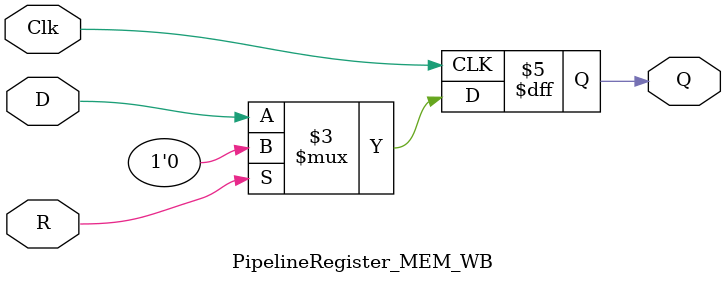
<source format=v>
module ControlUnit(output_signals, Instr);
    input [31:0] Instr;
    output reg [15:0] output_signals;
    
    reg ID_jmpl_instr, ID_Read_Write, ID_SE_dm, ID_load_instr, ID_RF_enable, ID_modifyCC, ID_Call_instr, ID_B_instr, ID_29_a, ID_DataMem_enable;
    reg [1:0] ID_size_dm;
    reg [3:0] ID_ALU_op3; //should be 4bits for our ALU

    wire [1:0] op = Instr[31:30];
    wire [3:0] op3_last_4bits = Instr[22:19];

    always @(*) 
        begin

            case (op)
            2'b01:
            begin
                //op = CALL
                ID_jmpl_instr = 0;
                ID_Read_Write = 1'b0; //eliminate dont care //leer //no modificar registros
                ID_ALU_op3 = 4'b0000;
                ID_SE_dm = 1'b0;
                ID_load_instr = 0;
                ID_RF_enable = 1; //Write in R15 PC
                ID_size_dm = 2'b00;
                ID_modifyCC = 0;
                ID_Call_instr = 1;
                ID_B_instr = 0;
                ID_29_a = 1'b0;
                ID_DataMem_enable = 0;
            end
    
            2'b00:
            begin
                if (Instr == 32'b00000000000000000000000000000000) begin //check nop
                    ID_jmpl_instr = 0;
                    ID_Read_Write = 0;
                    ID_ALU_op3 = 0000;
                    ID_SE_dm = 0;
                    ID_load_instr = 0;
                    ID_RF_enable = 0;
                    ID_size_dm = 00;
                    ID_modifyCC = 0;
                    ID_Call_instr = 0;
                    ID_B_instr = 0;
                    ID_29_a = 0;
                    ID_DataMem_enable = 0;
                end else if(Instr[24:22] != 3'b100) begin //op = Branch
                    ID_jmpl_instr = 0;
                    ID_Read_Write = 0;
                    ID_ALU_op3 = 0000;
                    ID_SE_dm = 0;
                    ID_load_instr = 0;
                    ID_RF_enable = 0;
                    ID_size_dm = 00;
                    ID_modifyCC = 0;
                    ID_Call_instr = 0;
                    ID_B_instr = 1;
                    ID_29_a = Instr[29];
                    ID_DataMem_enable = 0;
                end else begin //SETHI
                    ID_jmpl_instr = 0;
                    ID_Read_Write = 0;
                    ID_ALU_op3 = 4'b1110; // B
                    ID_SE_dm = 0;
                    ID_load_instr = 0;
                    ID_RF_enable = 1;
                    ID_size_dm = 00;
                    ID_modifyCC = 0;
                    ID_Call_instr = 0;
                    ID_B_instr = 0;
                    ID_29_a = 0;
                    ID_DataMem_enable = 0;
                end
            end

            2'b10:
            begin
                //op = Arithmetic or Jmpl
                //bit 23 = 1 modifyCC = 1 else modifyCC = 0

                if(Instr[24:19] == 6'b111000) begin //JMPL
                    ID_jmpl_instr = 1;
                    ID_modifyCC = 0;
                    ID_ALU_op3 = 4'b0;
                end else if (Instr[23] == 1) begin //can modify CC
                    ID_modifyCC = 1;
                    ID_jmpl_instr = 0;
                end else begin
                    ID_modifyCC = 0;
                    ID_jmpl_instr = 0;
                end
                
                if (Instr[24:19] != 6'b111000)
                begin
                    case (op3_last_4bits)
                        4'd0: ID_ALU_op3 = 4'd0; // Add

                        4'd8: ID_ALU_op3 = 4'd1; // Add + carry

                        4'd4: ID_ALU_op3 = 4'd2; // Sub

                        4'd12: ID_ALU_op3 = 4'd3; //Sub - Carry

                        4'd1: ID_ALU_op3 = 4'd4; // And

                        4'd5: ID_ALU_op3 = (Instr[24] == 1)? 4'd10 : 4'd8; // Logical Shift Left : AndNot

                        4'd2: ID_ALU_op3 = 4'd5; // Or

                        4'd6: ID_ALU_op3 = (Instr[24] == 1)? 4'd11 : 4'd9; // Logical Shift Right : OrNot

                        4'd3: ID_ALU_op3 = 4'd6; // XOR

                        4'd7: ID_ALU_op3 = (Instr[24] == 1)? 4'd12 : 4'd7; // Arithmetic Shift Right : XORNot

                        // 4'd6: ID_ALU_op3 = 4'd13; // A

                        // 4'd3: ID_ALU_op3 = 4'd14; // B

                        // 4'd7: ID_ALU_op3 = 4'd15; // not B
                    endcase
                end

                ID_Read_Write = 1'b0;
                ID_SE_dm = 1'b0;
                ID_load_instr = 0;
                ID_RF_enable = 1;
                ID_size_dm = 2'b00;
                ID_Call_instr = 0;
                ID_B_instr = 0;
                ID_29_a = 1'b0;
                ID_DataMem_enable = 0;
                //ID_ALU_op3 = Instr[24:19]; //change to 4bits
                //identify op3(6bits) and decodify op3(4bits) for our ALU
            end

            2'b11:
            begin
                //op = Load/Store
                case (Instr[24:19])
                6'b001001: //load sign byte
                begin
                    ID_Read_Write = 0; //Load = 0
                    ID_SE_dm = 1; //Signed Extension
                    ID_load_instr = 1; //Enable
                    ID_RF_enable = 1; //Ubicar en Rd un valor de memoria 
                    ID_size_dm = 00; //byte
                end
                6'b001010: //load sign halfword
                begin
                    ID_Read_Write = 0; //Load = 0
                    ID_SE_dm = 1; //Signed Extension
                    ID_load_instr = 1; //Enable
                    ID_RF_enable = 1; //Ubicar en Rd un valor de memoria 
                    ID_size_dm = 01; //halfword
                end
                6'b000000: //load word
                begin
                    ID_Read_Write = 0; //Load = 0
                    ID_SE_dm = 1'b0; //Signed Extension
                    ID_load_instr = 1; //Enable
                    ID_RF_enable = 1; //Ubicar en Rd un valor de memoria 
                    ID_size_dm = 10; //word
                end
                6'b000001: //load unsigned byte
                begin
                    ID_Read_Write = 0; //Load = 0
                    ID_SE_dm = 0; //Signed Extension
                    ID_load_instr = 1; //Enable
                    ID_RF_enable = 1; //Ubicar en Rd un valor de memoria 
                    ID_size_dm = 00; //byte
                end
                6'b000010: //load unsigned halfword
                begin
                    ID_Read_Write = 0; //Load = 0
                    ID_SE_dm = 0; //Signed Extension
                    ID_load_instr = 1; //Enable
                    ID_RF_enable = 1; //Ubicar en Rd un valor de memoria 
                    ID_size_dm = 01; //halfword
                end
                6'b000101: //store byte
                begin
                    ID_Read_Write = 1; //Store = 1
                    ID_SE_dm = 1'b0; //Signed Extension
                    ID_load_instr = 0; //Enable
                    ID_RF_enable = 0; //Ubicar en Memoria solamente 
                    ID_size_dm = 00; //byte
                end
                6'b000110: //store halfword
                begin
                    ID_Read_Write = 1; //Store = 1
                    ID_SE_dm = 1'b0; //Signed Extension
                    ID_load_instr = 0; //Enable
                    ID_RF_enable = 0; //Ubicar en Memoria solamente 
                    ID_size_dm = 01; //halfword
                end
                6'b000100: //store word
                begin
                    ID_Read_Write = 1; //Store = 1
                    ID_SE_dm = 1'b0; //Signed Extension
                    ID_load_instr = 0; //Enable
                    ID_RF_enable = 0; //Ubicar en Memoria solamente 
                    ID_size_dm = 10; //Word
                end
                endcase
                ID_jmpl_instr = 0;
                ID_ALU_op3 = 0000;
                ID_modifyCC = 0;
                ID_Call_instr = 0;
                ID_B_instr = 0;
                ID_29_a = 1'b0;
                ID_DataMem_enable = 1;
            end

            endcase
        
            output_signals = {ID_jmpl_instr, ID_Read_Write, ID_ALU_op3, ID_SE_dm, ID_load_instr, ID_RF_enable, ID_size_dm, ID_modifyCC, ID_Call_instr, ID_B_instr, ID_29_a, ID_DataMem_enable};
        end

endmodule

module MuxControlSignal(ControlSignals_Out, S, ControlSignals_In);
    input S;
    input [15:0] ControlSignals_In;
    output reg [15:0] ControlSignals_Out;

    always @(*) 
        begin
        case (S)
            1'b0: // Buffer
            begin
                ControlSignals_Out = ControlSignals_In;
            end
                
            1'b1: //No Operation
            begin
                ControlSignals_Out = 16'b0;
            end
                
        endcase

        end

endmodule

module Sumador4(nPC, PC); 
    input [31:0] PC;
    output reg [31:0] nPC;
    always @(PC) 
        begin
            nPC = PC + 4; //nPC = nPC +4
        end
    
endmodule

module nPC (Q, Clk, D, LE, R);
    input [31:0] D;
    input LE;
    input Clk;
    input R;
    output reg[31:0] Q;

    always @(posedge Clk) //0 --> 1 en Clk: entra al if
        if (R) Q <= 32'b00000000000000000000000000000100; //En el caso de nPC un reset produce un número binario correspondiente a un 4.
        else if (LE) Q <= D; // LE = 1  D --> Q

endmodule

module PC (Q, Clk, D, LE, R);
    input [31:0] D;
    input LE;
    input Clk;
    input R;
    output reg[31:0] Q;

    always @(posedge Clk) //0 --> 1 en Clk: entra al if
        if (R) Q <= 32'b00000000000000000000000000000000; //un reset tienen el efecto de hacer cero todos los bits de salida del registro. 
        else if (LE) Q <= D; // LE = 1  D --> Q
    
endmodule

module InstructionMemory (output reg [31:0] DataOut, input [31:0] Address);

    reg [7:0] Mem [0:511];
    always @(Address) begin
    // Reading the Data
        DataOut = {Mem[Address], Mem[Address+1], Mem[Address+2], Mem[Address+3]};
    
    end

endmodule

module PipelineRegister_IF_ID(Q, Clk, D, LE, R); //eliminar LE 
    input [31:0] D;
    input LE;
    input Clk;
    input R;
    output reg [31:0] Q;

    always @(posedge Clk) //0 --> 1 en Clk: entra al if
    begin
        if (R) Q <= 32'b00000000000000000000000000000000; //un reset tienen el efecto de hacer cero todos los bits de salida del registro. 
        else if (LE) Q <= D; // LE = 1  D --> Q //else
    end
    
endmodule

module PipelineRegister_ID_EX(Q, Clk, D, R);
    //jpmpl(1) + read_write(1) + ALU_op3(4) + SE(1) + load_instr(1) + RF_enable(1) + size_dm(2) + modifyCC(1) + call(1) + DataMem_enable(1) = 14 bits
    input [13:0] D;
    input Clk;
    input R;
    output reg [13:0] Q;

    always @(posedge Clk) begin
        if (R) Q <= 14'b00000000000000;
        else Q <= D;
    end
endmodule

module PipelineRegister_EX_MEM(Q, Clk, D, R);
    //jpmpl(1) + read_write(1) + SE(1) + load_instr(1) + RF_enable(1) + size_dm(2) + call(1) + DataMem_enable(1) = 9 bits
    input [8:0] D;
    input Clk;
    input R;
    output reg [8:0] Q;

    always @(posedge Clk) begin
        if (R) Q <= 9'b000000000;
        else Q <= D;
    end
endmodule

module PipelineRegister_MEM_WB(Q, Clk, D, R);
    //RF_enable(1) =  1 bit
    input D;
    input Clk;
    input R;
    output reg Q;

    always @(posedge Clk) begin
        if (R) Q <= 0;
        else Q <= D;
    end
endmodule
</source>
